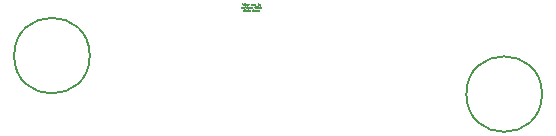
<source format=gbr>
%TF.GenerationSoftware,KiCad,Pcbnew,7.0.7*%
%TF.CreationDate,2023-10-02T21:32:42+02:00*%
%TF.ProjectId,circuitBreaker2.0,63697263-7569-4744-9272-65616b657232,rev?*%
%TF.SameCoordinates,Original*%
%TF.FileFunction,Other,Comment*%
%FSLAX46Y46*%
G04 Gerber Fmt 4.6, Leading zero omitted, Abs format (unit mm)*
G04 Created by KiCad (PCBNEW 7.0.7) date 2023-10-02 21:32:42*
%MOMM*%
%LPD*%
G01*
G04 APERTURE LIST*
%ADD10C,0.020000*%
%ADD11C,0.150000*%
G04 APERTURE END LIST*
D10*
X116829000Y-66821852D02*
X116864714Y-66971852D01*
X116864714Y-66971852D02*
X116893286Y-66864710D01*
X116893286Y-66864710D02*
X116921857Y-66971852D01*
X116921857Y-66971852D02*
X116957572Y-66821852D01*
X117014715Y-66971852D02*
X117014715Y-66871852D01*
X117014715Y-66821852D02*
X117007572Y-66828995D01*
X117007572Y-66828995D02*
X117014715Y-66836138D01*
X117014715Y-66836138D02*
X117021858Y-66828995D01*
X117021858Y-66828995D02*
X117014715Y-66821852D01*
X117014715Y-66821852D02*
X117014715Y-66836138D01*
X117086144Y-66871852D02*
X117086144Y-67021852D01*
X117086144Y-66878995D02*
X117100430Y-66871852D01*
X117100430Y-66871852D02*
X117129001Y-66871852D01*
X117129001Y-66871852D02*
X117143287Y-66878995D01*
X117143287Y-66878995D02*
X117150430Y-66886138D01*
X117150430Y-66886138D02*
X117157572Y-66900424D01*
X117157572Y-66900424D02*
X117157572Y-66943281D01*
X117157572Y-66943281D02*
X117150430Y-66957567D01*
X117150430Y-66957567D02*
X117143287Y-66964710D01*
X117143287Y-66964710D02*
X117129001Y-66971852D01*
X117129001Y-66971852D02*
X117100430Y-66971852D01*
X117100430Y-66971852D02*
X117086144Y-66964710D01*
X117279001Y-66964710D02*
X117264715Y-66971852D01*
X117264715Y-66971852D02*
X117236144Y-66971852D01*
X117236144Y-66971852D02*
X117221858Y-66964710D01*
X117221858Y-66964710D02*
X117214715Y-66950424D01*
X117214715Y-66950424D02*
X117214715Y-66893281D01*
X117214715Y-66893281D02*
X117221858Y-66878995D01*
X117221858Y-66878995D02*
X117236144Y-66871852D01*
X117236144Y-66871852D02*
X117264715Y-66871852D01*
X117264715Y-66871852D02*
X117279001Y-66878995D01*
X117279001Y-66878995D02*
X117286144Y-66893281D01*
X117286144Y-66893281D02*
X117286144Y-66907567D01*
X117286144Y-66907567D02*
X117214715Y-66921852D01*
X117350429Y-66971852D02*
X117350429Y-66871852D01*
X117350429Y-66900424D02*
X117357572Y-66886138D01*
X117357572Y-66886138D02*
X117364715Y-66878995D01*
X117364715Y-66878995D02*
X117379000Y-66871852D01*
X117379000Y-66871852D02*
X117393286Y-66871852D01*
X117557572Y-66971852D02*
X117557572Y-66871852D01*
X117557572Y-66886138D02*
X117564715Y-66878995D01*
X117564715Y-66878995D02*
X117579000Y-66871852D01*
X117579000Y-66871852D02*
X117600429Y-66871852D01*
X117600429Y-66871852D02*
X117614715Y-66878995D01*
X117614715Y-66878995D02*
X117621858Y-66893281D01*
X117621858Y-66893281D02*
X117621858Y-66971852D01*
X117621858Y-66893281D02*
X117629000Y-66878995D01*
X117629000Y-66878995D02*
X117643286Y-66871852D01*
X117643286Y-66871852D02*
X117664715Y-66871852D01*
X117664715Y-66871852D02*
X117679000Y-66878995D01*
X117679000Y-66878995D02*
X117686143Y-66893281D01*
X117686143Y-66893281D02*
X117686143Y-66971852D01*
X117821858Y-66971852D02*
X117821858Y-66893281D01*
X117821858Y-66893281D02*
X117814715Y-66878995D01*
X117814715Y-66878995D02*
X117800429Y-66871852D01*
X117800429Y-66871852D02*
X117771858Y-66871852D01*
X117771858Y-66871852D02*
X117757572Y-66878995D01*
X117821858Y-66964710D02*
X117807572Y-66971852D01*
X117807572Y-66971852D02*
X117771858Y-66971852D01*
X117771858Y-66971852D02*
X117757572Y-66964710D01*
X117757572Y-66964710D02*
X117750429Y-66950424D01*
X117750429Y-66950424D02*
X117750429Y-66936138D01*
X117750429Y-66936138D02*
X117757572Y-66921852D01*
X117757572Y-66921852D02*
X117771858Y-66914710D01*
X117771858Y-66914710D02*
X117807572Y-66914710D01*
X117807572Y-66914710D02*
X117821858Y-66907567D01*
X117879000Y-66871852D02*
X117914714Y-66971852D01*
X117950429Y-66871852D02*
X117914714Y-66971852D01*
X117914714Y-66971852D02*
X117900429Y-67007567D01*
X117900429Y-67007567D02*
X117893286Y-67014710D01*
X117893286Y-67014710D02*
X117879000Y-67021852D01*
X118121858Y-66971852D02*
X118121858Y-66821852D01*
X118121858Y-66878995D02*
X118136144Y-66871852D01*
X118136144Y-66871852D02*
X118164715Y-66871852D01*
X118164715Y-66871852D02*
X118179001Y-66878995D01*
X118179001Y-66878995D02*
X118186144Y-66886138D01*
X118186144Y-66886138D02*
X118193286Y-66900424D01*
X118193286Y-66900424D02*
X118193286Y-66943281D01*
X118193286Y-66943281D02*
X118186144Y-66957567D01*
X118186144Y-66957567D02*
X118179001Y-66964710D01*
X118179001Y-66964710D02*
X118164715Y-66971852D01*
X118164715Y-66971852D02*
X118136144Y-66971852D01*
X118136144Y-66971852D02*
X118121858Y-66964710D01*
X118314715Y-66964710D02*
X118300429Y-66971852D01*
X118300429Y-66971852D02*
X118271858Y-66971852D01*
X118271858Y-66971852D02*
X118257572Y-66964710D01*
X118257572Y-66964710D02*
X118250429Y-66950424D01*
X118250429Y-66950424D02*
X118250429Y-66893281D01*
X118250429Y-66893281D02*
X118257572Y-66878995D01*
X118257572Y-66878995D02*
X118271858Y-66871852D01*
X118271858Y-66871852D02*
X118300429Y-66871852D01*
X118300429Y-66871852D02*
X118314715Y-66878995D01*
X118314715Y-66878995D02*
X118321858Y-66893281D01*
X118321858Y-66893281D02*
X118321858Y-66907567D01*
X118321858Y-66907567D02*
X118250429Y-66921852D01*
X116779001Y-67213352D02*
X116779001Y-67134781D01*
X116779001Y-67134781D02*
X116771858Y-67120495D01*
X116771858Y-67120495D02*
X116757572Y-67113352D01*
X116757572Y-67113352D02*
X116729001Y-67113352D01*
X116729001Y-67113352D02*
X116714715Y-67120495D01*
X116779001Y-67206210D02*
X116764715Y-67213352D01*
X116764715Y-67213352D02*
X116729001Y-67213352D01*
X116729001Y-67213352D02*
X116714715Y-67206210D01*
X116714715Y-67206210D02*
X116707572Y-67191924D01*
X116707572Y-67191924D02*
X116707572Y-67177638D01*
X116707572Y-67177638D02*
X116714715Y-67163352D01*
X116714715Y-67163352D02*
X116729001Y-67156210D01*
X116729001Y-67156210D02*
X116764715Y-67156210D01*
X116764715Y-67156210D02*
X116779001Y-67149067D01*
X116850429Y-67113352D02*
X116850429Y-67213352D01*
X116850429Y-67127638D02*
X116857572Y-67120495D01*
X116857572Y-67120495D02*
X116871857Y-67113352D01*
X116871857Y-67113352D02*
X116893286Y-67113352D01*
X116893286Y-67113352D02*
X116907572Y-67120495D01*
X116907572Y-67120495D02*
X116914715Y-67134781D01*
X116914715Y-67134781D02*
X116914715Y-67213352D01*
X116971857Y-67113352D02*
X117007571Y-67213352D01*
X117043286Y-67113352D02*
X117007571Y-67213352D01*
X117007571Y-67213352D02*
X116993286Y-67249067D01*
X116993286Y-67249067D02*
X116986143Y-67256210D01*
X116986143Y-67256210D02*
X116971857Y-67263352D01*
X117086143Y-67113352D02*
X117114715Y-67213352D01*
X117114715Y-67213352D02*
X117143286Y-67141924D01*
X117143286Y-67141924D02*
X117171857Y-67213352D01*
X117171857Y-67213352D02*
X117200429Y-67113352D01*
X117257572Y-67213352D02*
X117257572Y-67063352D01*
X117321858Y-67213352D02*
X117321858Y-67134781D01*
X117321858Y-67134781D02*
X117314715Y-67120495D01*
X117314715Y-67120495D02*
X117300429Y-67113352D01*
X117300429Y-67113352D02*
X117279000Y-67113352D01*
X117279000Y-67113352D02*
X117264715Y-67120495D01*
X117264715Y-67120495D02*
X117257572Y-67127638D01*
X117450429Y-67206210D02*
X117436143Y-67213352D01*
X117436143Y-67213352D02*
X117407572Y-67213352D01*
X117407572Y-67213352D02*
X117393286Y-67206210D01*
X117393286Y-67206210D02*
X117386143Y-67191924D01*
X117386143Y-67191924D02*
X117386143Y-67134781D01*
X117386143Y-67134781D02*
X117393286Y-67120495D01*
X117393286Y-67120495D02*
X117407572Y-67113352D01*
X117407572Y-67113352D02*
X117436143Y-67113352D01*
X117436143Y-67113352D02*
X117450429Y-67120495D01*
X117450429Y-67120495D02*
X117457572Y-67134781D01*
X117457572Y-67134781D02*
X117457572Y-67149067D01*
X117457572Y-67149067D02*
X117386143Y-67163352D01*
X117521857Y-67213352D02*
X117521857Y-67113352D01*
X117521857Y-67141924D02*
X117529000Y-67127638D01*
X117529000Y-67127638D02*
X117536143Y-67120495D01*
X117536143Y-67120495D02*
X117550428Y-67113352D01*
X117550428Y-67113352D02*
X117564714Y-67113352D01*
X117671857Y-67206210D02*
X117657571Y-67213352D01*
X117657571Y-67213352D02*
X117629000Y-67213352D01*
X117629000Y-67213352D02*
X117614714Y-67206210D01*
X117614714Y-67206210D02*
X117607571Y-67191924D01*
X117607571Y-67191924D02*
X117607571Y-67134781D01*
X117607571Y-67134781D02*
X117614714Y-67120495D01*
X117614714Y-67120495D02*
X117629000Y-67113352D01*
X117629000Y-67113352D02*
X117657571Y-67113352D01*
X117657571Y-67113352D02*
X117671857Y-67120495D01*
X117671857Y-67120495D02*
X117679000Y-67134781D01*
X117679000Y-67134781D02*
X117679000Y-67149067D01*
X117679000Y-67149067D02*
X117607571Y-67163352D01*
X117843285Y-67113352D02*
X117871857Y-67213352D01*
X117871857Y-67213352D02*
X117900428Y-67141924D01*
X117900428Y-67141924D02*
X117928999Y-67213352D01*
X117928999Y-67213352D02*
X117957571Y-67113352D01*
X118014714Y-67213352D02*
X118014714Y-67113352D01*
X118014714Y-67063352D02*
X118007571Y-67070495D01*
X118007571Y-67070495D02*
X118014714Y-67077638D01*
X118014714Y-67077638D02*
X118021857Y-67070495D01*
X118021857Y-67070495D02*
X118014714Y-67063352D01*
X118014714Y-67063352D02*
X118014714Y-67077638D01*
X118064714Y-67113352D02*
X118121857Y-67113352D01*
X118086143Y-67063352D02*
X118086143Y-67191924D01*
X118086143Y-67191924D02*
X118093286Y-67206210D01*
X118093286Y-67206210D02*
X118107571Y-67213352D01*
X118107571Y-67213352D02*
X118121857Y-67213352D01*
X118171857Y-67213352D02*
X118171857Y-67063352D01*
X118236143Y-67213352D02*
X118236143Y-67134781D01*
X118236143Y-67134781D02*
X118229000Y-67120495D01*
X118229000Y-67120495D02*
X118214714Y-67113352D01*
X118214714Y-67113352D02*
X118193285Y-67113352D01*
X118193285Y-67113352D02*
X118179000Y-67120495D01*
X118179000Y-67120495D02*
X118171857Y-67127638D01*
X118307571Y-67213352D02*
X118307571Y-67113352D01*
X118307571Y-67063352D02*
X118300428Y-67070495D01*
X118300428Y-67070495D02*
X118307571Y-67077638D01*
X118307571Y-67077638D02*
X118314714Y-67070495D01*
X118314714Y-67070495D02*
X118307571Y-67063352D01*
X118307571Y-67063352D02*
X118307571Y-67077638D01*
X118379000Y-67113352D02*
X118379000Y-67213352D01*
X118379000Y-67127638D02*
X118386143Y-67120495D01*
X118386143Y-67120495D02*
X118400428Y-67113352D01*
X118400428Y-67113352D02*
X118421857Y-67113352D01*
X118421857Y-67113352D02*
X118436143Y-67120495D01*
X118436143Y-67120495D02*
X118443286Y-67134781D01*
X118443286Y-67134781D02*
X118443286Y-67213352D01*
X116964715Y-67447710D02*
X116950429Y-67454852D01*
X116950429Y-67454852D02*
X116921857Y-67454852D01*
X116921857Y-67454852D02*
X116907572Y-67447710D01*
X116907572Y-67447710D02*
X116900429Y-67440567D01*
X116900429Y-67440567D02*
X116893286Y-67426281D01*
X116893286Y-67426281D02*
X116893286Y-67383424D01*
X116893286Y-67383424D02*
X116900429Y-67369138D01*
X116900429Y-67369138D02*
X116907572Y-67361995D01*
X116907572Y-67361995D02*
X116921857Y-67354852D01*
X116921857Y-67354852D02*
X116950429Y-67354852D01*
X116950429Y-67354852D02*
X116964715Y-67361995D01*
X117029000Y-67454852D02*
X117029000Y-67354852D01*
X117029000Y-67304852D02*
X117021857Y-67311995D01*
X117021857Y-67311995D02*
X117029000Y-67319138D01*
X117029000Y-67319138D02*
X117036143Y-67311995D01*
X117036143Y-67311995D02*
X117029000Y-67304852D01*
X117029000Y-67304852D02*
X117029000Y-67319138D01*
X117100429Y-67454852D02*
X117100429Y-67354852D01*
X117100429Y-67383424D02*
X117107572Y-67369138D01*
X117107572Y-67369138D02*
X117114715Y-67361995D01*
X117114715Y-67361995D02*
X117129000Y-67354852D01*
X117129000Y-67354852D02*
X117143286Y-67354852D01*
X117257572Y-67447710D02*
X117243286Y-67454852D01*
X117243286Y-67454852D02*
X117214714Y-67454852D01*
X117214714Y-67454852D02*
X117200429Y-67447710D01*
X117200429Y-67447710D02*
X117193286Y-67440567D01*
X117193286Y-67440567D02*
X117186143Y-67426281D01*
X117186143Y-67426281D02*
X117186143Y-67383424D01*
X117186143Y-67383424D02*
X117193286Y-67369138D01*
X117193286Y-67369138D02*
X117200429Y-67361995D01*
X117200429Y-67361995D02*
X117214714Y-67354852D01*
X117214714Y-67354852D02*
X117243286Y-67354852D01*
X117243286Y-67354852D02*
X117257572Y-67361995D01*
X117343285Y-67454852D02*
X117329000Y-67447710D01*
X117329000Y-67447710D02*
X117321857Y-67433424D01*
X117321857Y-67433424D02*
X117321857Y-67304852D01*
X117457571Y-67447710D02*
X117443285Y-67454852D01*
X117443285Y-67454852D02*
X117414714Y-67454852D01*
X117414714Y-67454852D02*
X117400428Y-67447710D01*
X117400428Y-67447710D02*
X117393285Y-67433424D01*
X117393285Y-67433424D02*
X117393285Y-67376281D01*
X117393285Y-67376281D02*
X117400428Y-67361995D01*
X117400428Y-67361995D02*
X117414714Y-67354852D01*
X117414714Y-67354852D02*
X117443285Y-67354852D01*
X117443285Y-67354852D02*
X117457571Y-67361995D01*
X117457571Y-67361995D02*
X117464714Y-67376281D01*
X117464714Y-67376281D02*
X117464714Y-67390567D01*
X117464714Y-67390567D02*
X117393285Y-67404852D01*
X117636142Y-67447710D02*
X117650428Y-67454852D01*
X117650428Y-67454852D02*
X117678999Y-67454852D01*
X117678999Y-67454852D02*
X117693285Y-67447710D01*
X117693285Y-67447710D02*
X117700428Y-67433424D01*
X117700428Y-67433424D02*
X117700428Y-67426281D01*
X117700428Y-67426281D02*
X117693285Y-67411995D01*
X117693285Y-67411995D02*
X117678999Y-67404852D01*
X117678999Y-67404852D02*
X117657571Y-67404852D01*
X117657571Y-67404852D02*
X117643285Y-67397710D01*
X117643285Y-67397710D02*
X117636142Y-67383424D01*
X117636142Y-67383424D02*
X117636142Y-67376281D01*
X117636142Y-67376281D02*
X117643285Y-67361995D01*
X117643285Y-67361995D02*
X117657571Y-67354852D01*
X117657571Y-67354852D02*
X117678999Y-67354852D01*
X117678999Y-67354852D02*
X117693285Y-67361995D01*
X117764714Y-67454852D02*
X117764714Y-67304852D01*
X117829000Y-67454852D02*
X117829000Y-67376281D01*
X117829000Y-67376281D02*
X117821857Y-67361995D01*
X117821857Y-67361995D02*
X117807571Y-67354852D01*
X117807571Y-67354852D02*
X117786142Y-67354852D01*
X117786142Y-67354852D02*
X117771857Y-67361995D01*
X117771857Y-67361995D02*
X117764714Y-67369138D01*
X117921856Y-67454852D02*
X117907571Y-67447710D01*
X117907571Y-67447710D02*
X117900428Y-67440567D01*
X117900428Y-67440567D02*
X117893285Y-67426281D01*
X117893285Y-67426281D02*
X117893285Y-67383424D01*
X117893285Y-67383424D02*
X117900428Y-67369138D01*
X117900428Y-67369138D02*
X117907571Y-67361995D01*
X117907571Y-67361995D02*
X117921856Y-67354852D01*
X117921856Y-67354852D02*
X117943285Y-67354852D01*
X117943285Y-67354852D02*
X117957571Y-67361995D01*
X117957571Y-67361995D02*
X117964714Y-67369138D01*
X117964714Y-67369138D02*
X117971856Y-67383424D01*
X117971856Y-67383424D02*
X117971856Y-67426281D01*
X117971856Y-67426281D02*
X117964714Y-67440567D01*
X117964714Y-67440567D02*
X117957571Y-67447710D01*
X117957571Y-67447710D02*
X117943285Y-67454852D01*
X117943285Y-67454852D02*
X117921856Y-67454852D01*
X118021856Y-67354852D02*
X118050428Y-67454852D01*
X118050428Y-67454852D02*
X118078999Y-67383424D01*
X118078999Y-67383424D02*
X118107570Y-67454852D01*
X118107570Y-67454852D02*
X118136142Y-67354852D01*
X118193285Y-67354852D02*
X118193285Y-67454852D01*
X118193285Y-67369138D02*
X118200428Y-67361995D01*
X118200428Y-67361995D02*
X118214713Y-67354852D01*
X118214713Y-67354852D02*
X118236142Y-67354852D01*
X118236142Y-67354852D02*
X118250428Y-67361995D01*
X118250428Y-67361995D02*
X118257571Y-67376281D01*
X118257571Y-67376281D02*
X118257571Y-67454852D01*
D11*
%TO.C,REF\u002A\u002A*%
X142200000Y-74500000D02*
G75*
G03*
X142200000Y-74500000I-3200000J0D01*
G01*
X103911000Y-71247000D02*
G75*
G03*
X103911000Y-71247000I-3200000J0D01*
G01*
%TD*%
M02*

</source>
